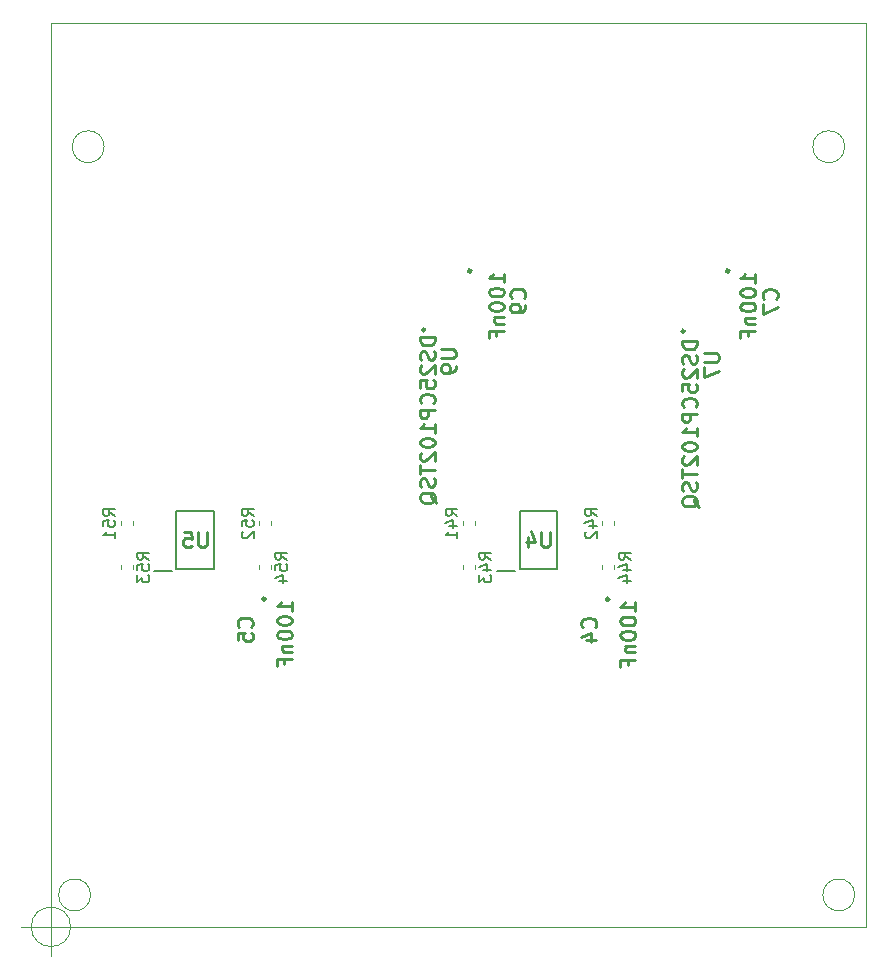
<source format=gbr>
G04 #@! TF.GenerationSoftware,KiCad,Pcbnew,(6.0.4-0)*
G04 #@! TF.CreationDate,2022-11-09T17:11:16+01:00*
G04 #@! TF.ProjectId,adapter_hybrid_assistor_hpc_2HDMI,61646170-7465-4725-9f68-79627269645f,rev?*
G04 #@! TF.SameCoordinates,Original*
G04 #@! TF.FileFunction,Legend,Bot*
G04 #@! TF.FilePolarity,Positive*
%FSLAX46Y46*%
G04 Gerber Fmt 4.6, Leading zero omitted, Abs format (unit mm)*
G04 Created by KiCad (PCBNEW (6.0.4-0)) date 2022-11-09 17:11:16*
%MOMM*%
%LPD*%
G01*
G04 APERTURE LIST*
G04 #@! TA.AperFunction,Profile*
%ADD10C,0.100000*%
G04 #@! TD*
G04 #@! TA.AperFunction,Profile*
%ADD11C,0.050000*%
G04 #@! TD*
%ADD12C,0.254000*%
%ADD13C,0.150000*%
%ADD14C,0.330000*%
%ADD15C,0.120000*%
%ADD16C,0.200000*%
%ADD17C,0.250000*%
G04 APERTURE END LIST*
D10*
X100000000Y-100000000D02*
X100000000Y-176500000D01*
X100000000Y-176500000D02*
X169000000Y-176500000D01*
X169000000Y-100000000D02*
X169000000Y-176500000D01*
X100000000Y-100000000D02*
X169000000Y-100000000D01*
D11*
X168050000Y-173800000D02*
G75*
G03*
X168050000Y-173800000I-1350000J0D01*
G01*
X103350000Y-173800000D02*
G75*
G03*
X103350000Y-173800000I-1350000J0D01*
G01*
X104500000Y-110450000D02*
G75*
G03*
X104500000Y-110450000I-1350000J0D01*
G01*
X167200000Y-110450000D02*
G75*
G03*
X167200000Y-110450000I-1350000J0D01*
G01*
X101666666Y-176500000D02*
G75*
G03*
X101666666Y-176500000I-1666666J0D01*
G01*
X97500000Y-176500000D02*
X102500000Y-176500000D01*
X100000000Y-174000000D02*
X100000000Y-179000000D01*
X101666666Y-176500000D02*
G75*
G03*
X101666666Y-176500000I-1666666J0D01*
G01*
X97500000Y-176500000D02*
X102500000Y-176500000D01*
X100000000Y-174000000D02*
X100000000Y-179000000D01*
X101666666Y-176500000D02*
G75*
G03*
X101666666Y-176500000I-1666666J0D01*
G01*
X97500000Y-176500000D02*
X102500000Y-176500000D01*
X100000000Y-174000000D02*
X100000000Y-179000000D01*
D12*
X146046571Y-151137333D02*
X146107047Y-151076857D01*
X146167523Y-150895428D01*
X146167523Y-150774476D01*
X146107047Y-150593047D01*
X145986095Y-150472095D01*
X145865142Y-150411619D01*
X145623238Y-150351142D01*
X145441809Y-150351142D01*
X145199904Y-150411619D01*
X145078952Y-150472095D01*
X144958000Y-150593047D01*
X144897523Y-150774476D01*
X144897523Y-150895428D01*
X144958000Y-151076857D01*
X145018476Y-151137333D01*
X145320857Y-152225904D02*
X146167523Y-152225904D01*
X144837047Y-151923523D02*
X145744190Y-151621142D01*
X145744190Y-152407333D01*
X149487523Y-149763523D02*
X149487523Y-149037809D01*
X149487523Y-149400666D02*
X148217523Y-149400666D01*
X148398952Y-149279714D01*
X148519904Y-149158761D01*
X148580380Y-149037809D01*
X148217523Y-150549714D02*
X148217523Y-150670666D01*
X148278000Y-150791619D01*
X148338476Y-150852095D01*
X148459428Y-150912571D01*
X148701333Y-150973047D01*
X149003714Y-150973047D01*
X149245619Y-150912571D01*
X149366571Y-150852095D01*
X149427047Y-150791619D01*
X149487523Y-150670666D01*
X149487523Y-150549714D01*
X149427047Y-150428761D01*
X149366571Y-150368285D01*
X149245619Y-150307809D01*
X149003714Y-150247333D01*
X148701333Y-150247333D01*
X148459428Y-150307809D01*
X148338476Y-150368285D01*
X148278000Y-150428761D01*
X148217523Y-150549714D01*
X148217523Y-151759238D02*
X148217523Y-151880190D01*
X148278000Y-152001142D01*
X148338476Y-152061619D01*
X148459428Y-152122095D01*
X148701333Y-152182571D01*
X149003714Y-152182571D01*
X149245619Y-152122095D01*
X149366571Y-152061619D01*
X149427047Y-152001142D01*
X149487523Y-151880190D01*
X149487523Y-151759238D01*
X149427047Y-151638285D01*
X149366571Y-151577809D01*
X149245619Y-151517333D01*
X149003714Y-151456857D01*
X148701333Y-151456857D01*
X148459428Y-151517333D01*
X148338476Y-151577809D01*
X148278000Y-151638285D01*
X148217523Y-151759238D01*
X148640857Y-152726857D02*
X149487523Y-152726857D01*
X148761809Y-152726857D02*
X148701333Y-152787333D01*
X148640857Y-152908285D01*
X148640857Y-153089714D01*
X148701333Y-153210666D01*
X148822285Y-153271142D01*
X149487523Y-153271142D01*
X148822285Y-154299238D02*
X148822285Y-153875904D01*
X149487523Y-153875904D02*
X148217523Y-153875904D01*
X148217523Y-154480666D01*
X116963571Y-151099333D02*
X117024047Y-151038857D01*
X117084523Y-150857428D01*
X117084523Y-150736476D01*
X117024047Y-150555047D01*
X116903095Y-150434095D01*
X116782142Y-150373619D01*
X116540238Y-150313142D01*
X116358809Y-150313142D01*
X116116904Y-150373619D01*
X115995952Y-150434095D01*
X115875000Y-150555047D01*
X115814523Y-150736476D01*
X115814523Y-150857428D01*
X115875000Y-151038857D01*
X115935476Y-151099333D01*
X115814523Y-152248380D02*
X115814523Y-151643619D01*
X116419285Y-151583142D01*
X116358809Y-151643619D01*
X116298333Y-151764571D01*
X116298333Y-152066952D01*
X116358809Y-152187904D01*
X116419285Y-152248380D01*
X116540238Y-152308857D01*
X116842619Y-152308857D01*
X116963571Y-152248380D01*
X117024047Y-152187904D01*
X117084523Y-152066952D01*
X117084523Y-151764571D01*
X117024047Y-151643619D01*
X116963571Y-151583142D01*
X120404523Y-149725523D02*
X120404523Y-148999809D01*
X120404523Y-149362666D02*
X119134523Y-149362666D01*
X119315952Y-149241714D01*
X119436904Y-149120761D01*
X119497380Y-148999809D01*
X119134523Y-150511714D02*
X119134523Y-150632666D01*
X119195000Y-150753619D01*
X119255476Y-150814095D01*
X119376428Y-150874571D01*
X119618333Y-150935047D01*
X119920714Y-150935047D01*
X120162619Y-150874571D01*
X120283571Y-150814095D01*
X120344047Y-150753619D01*
X120404523Y-150632666D01*
X120404523Y-150511714D01*
X120344047Y-150390761D01*
X120283571Y-150330285D01*
X120162619Y-150269809D01*
X119920714Y-150209333D01*
X119618333Y-150209333D01*
X119376428Y-150269809D01*
X119255476Y-150330285D01*
X119195000Y-150390761D01*
X119134523Y-150511714D01*
X119134523Y-151721238D02*
X119134523Y-151842190D01*
X119195000Y-151963142D01*
X119255476Y-152023619D01*
X119376428Y-152084095D01*
X119618333Y-152144571D01*
X119920714Y-152144571D01*
X120162619Y-152084095D01*
X120283571Y-152023619D01*
X120344047Y-151963142D01*
X120404523Y-151842190D01*
X120404523Y-151721238D01*
X120344047Y-151600285D01*
X120283571Y-151539809D01*
X120162619Y-151479333D01*
X119920714Y-151418857D01*
X119618333Y-151418857D01*
X119376428Y-151479333D01*
X119255476Y-151539809D01*
X119195000Y-151600285D01*
X119134523Y-151721238D01*
X119557857Y-152688857D02*
X120404523Y-152688857D01*
X119678809Y-152688857D02*
X119618333Y-152749333D01*
X119557857Y-152870285D01*
X119557857Y-153051714D01*
X119618333Y-153172666D01*
X119739285Y-153233142D01*
X120404523Y-153233142D01*
X119739285Y-154261238D02*
X119739285Y-153837904D01*
X120404523Y-153837904D02*
X119134523Y-153837904D01*
X119134523Y-154442666D01*
X161413571Y-123324333D02*
X161474047Y-123263857D01*
X161534523Y-123082428D01*
X161534523Y-122961476D01*
X161474047Y-122780047D01*
X161353095Y-122659095D01*
X161232142Y-122598619D01*
X160990238Y-122538142D01*
X160808809Y-122538142D01*
X160566904Y-122598619D01*
X160445952Y-122659095D01*
X160325000Y-122780047D01*
X160264523Y-122961476D01*
X160264523Y-123082428D01*
X160325000Y-123263857D01*
X160385476Y-123324333D01*
X160264523Y-123747666D02*
X160264523Y-124594333D01*
X161534523Y-124050047D01*
X159647523Y-121950523D02*
X159647523Y-121224809D01*
X159647523Y-121587666D02*
X158377523Y-121587666D01*
X158558952Y-121466714D01*
X158679904Y-121345761D01*
X158740380Y-121224809D01*
X158377523Y-122736714D02*
X158377523Y-122857666D01*
X158438000Y-122978619D01*
X158498476Y-123039095D01*
X158619428Y-123099571D01*
X158861333Y-123160047D01*
X159163714Y-123160047D01*
X159405619Y-123099571D01*
X159526571Y-123039095D01*
X159587047Y-122978619D01*
X159647523Y-122857666D01*
X159647523Y-122736714D01*
X159587047Y-122615761D01*
X159526571Y-122555285D01*
X159405619Y-122494809D01*
X159163714Y-122434333D01*
X158861333Y-122434333D01*
X158619428Y-122494809D01*
X158498476Y-122555285D01*
X158438000Y-122615761D01*
X158377523Y-122736714D01*
X158377523Y-123946238D02*
X158377523Y-124067190D01*
X158438000Y-124188142D01*
X158498476Y-124248619D01*
X158619428Y-124309095D01*
X158861333Y-124369571D01*
X159163714Y-124369571D01*
X159405619Y-124309095D01*
X159526571Y-124248619D01*
X159587047Y-124188142D01*
X159647523Y-124067190D01*
X159647523Y-123946238D01*
X159587047Y-123825285D01*
X159526571Y-123764809D01*
X159405619Y-123704333D01*
X159163714Y-123643857D01*
X158861333Y-123643857D01*
X158619428Y-123704333D01*
X158498476Y-123764809D01*
X158438000Y-123825285D01*
X158377523Y-123946238D01*
X158800857Y-124913857D02*
X159647523Y-124913857D01*
X158921809Y-124913857D02*
X158861333Y-124974333D01*
X158800857Y-125095285D01*
X158800857Y-125276714D01*
X158861333Y-125397666D01*
X158982285Y-125458142D01*
X159647523Y-125458142D01*
X158982285Y-126486238D02*
X158982285Y-126062904D01*
X159647523Y-126062904D02*
X158377523Y-126062904D01*
X158377523Y-126667666D01*
D13*
X146215380Y-141698642D02*
X145739190Y-141365309D01*
X146215380Y-141127214D02*
X145215380Y-141127214D01*
X145215380Y-141508166D01*
X145263000Y-141603404D01*
X145310619Y-141651023D01*
X145405857Y-141698642D01*
X145548714Y-141698642D01*
X145643952Y-141651023D01*
X145691571Y-141603404D01*
X145739190Y-141508166D01*
X145739190Y-141127214D01*
X145548714Y-142555785D02*
X146215380Y-142555785D01*
X145167761Y-142317690D02*
X145882047Y-142079595D01*
X145882047Y-142698642D01*
X145310619Y-143031976D02*
X145263000Y-143079595D01*
X145215380Y-143174833D01*
X145215380Y-143412928D01*
X145263000Y-143508166D01*
X145310619Y-143555785D01*
X145405857Y-143603404D01*
X145501095Y-143603404D01*
X145643952Y-143555785D01*
X146215380Y-142984357D01*
X146215380Y-143603404D01*
X137264380Y-145407142D02*
X136788190Y-145073809D01*
X137264380Y-144835714D02*
X136264380Y-144835714D01*
X136264380Y-145216666D01*
X136312000Y-145311904D01*
X136359619Y-145359523D01*
X136454857Y-145407142D01*
X136597714Y-145407142D01*
X136692952Y-145359523D01*
X136740571Y-145311904D01*
X136788190Y-145216666D01*
X136788190Y-144835714D01*
X136597714Y-146264285D02*
X137264380Y-146264285D01*
X136216761Y-146026190D02*
X136931047Y-145788095D01*
X136931047Y-146407142D01*
X136264380Y-146692857D02*
X136264380Y-147311904D01*
X136645333Y-146978571D01*
X136645333Y-147121428D01*
X136692952Y-147216666D01*
X136740571Y-147264285D01*
X136835809Y-147311904D01*
X137073904Y-147311904D01*
X137169142Y-147264285D01*
X137216761Y-147216666D01*
X137264380Y-147121428D01*
X137264380Y-146835714D01*
X137216761Y-146740476D01*
X137169142Y-146692857D01*
X105422880Y-141698642D02*
X104946690Y-141365309D01*
X105422880Y-141127214D02*
X104422880Y-141127214D01*
X104422880Y-141508166D01*
X104470500Y-141603404D01*
X104518119Y-141651023D01*
X104613357Y-141698642D01*
X104756214Y-141698642D01*
X104851452Y-141651023D01*
X104899071Y-141603404D01*
X104946690Y-141508166D01*
X104946690Y-141127214D01*
X104422880Y-142603404D02*
X104422880Y-142127214D01*
X104899071Y-142079595D01*
X104851452Y-142127214D01*
X104803833Y-142222452D01*
X104803833Y-142460547D01*
X104851452Y-142555785D01*
X104899071Y-142603404D01*
X104994309Y-142651023D01*
X105232404Y-142651023D01*
X105327642Y-142603404D01*
X105375261Y-142555785D01*
X105422880Y-142460547D01*
X105422880Y-142222452D01*
X105375261Y-142127214D01*
X105327642Y-142079595D01*
X105422880Y-143603404D02*
X105422880Y-143031976D01*
X105422880Y-143317690D02*
X104422880Y-143317690D01*
X104565738Y-143222452D01*
X104660976Y-143127214D01*
X104708595Y-143031976D01*
X117157880Y-141698642D02*
X116681690Y-141365309D01*
X117157880Y-141127214D02*
X116157880Y-141127214D01*
X116157880Y-141508166D01*
X116205500Y-141603404D01*
X116253119Y-141651023D01*
X116348357Y-141698642D01*
X116491214Y-141698642D01*
X116586452Y-141651023D01*
X116634071Y-141603404D01*
X116681690Y-141508166D01*
X116681690Y-141127214D01*
X116157880Y-142603404D02*
X116157880Y-142127214D01*
X116634071Y-142079595D01*
X116586452Y-142127214D01*
X116538833Y-142222452D01*
X116538833Y-142460547D01*
X116586452Y-142555785D01*
X116634071Y-142603404D01*
X116729309Y-142651023D01*
X116967404Y-142651023D01*
X117062642Y-142603404D01*
X117110261Y-142555785D01*
X117157880Y-142460547D01*
X117157880Y-142222452D01*
X117110261Y-142127214D01*
X117062642Y-142079595D01*
X116253119Y-143031976D02*
X116205500Y-143079595D01*
X116157880Y-143174833D01*
X116157880Y-143412928D01*
X116205500Y-143508166D01*
X116253119Y-143555785D01*
X116348357Y-143603404D01*
X116443595Y-143603404D01*
X116586452Y-143555785D01*
X117157880Y-142984357D01*
X117157880Y-143603404D01*
X108308380Y-145407142D02*
X107832190Y-145073809D01*
X108308380Y-144835714D02*
X107308380Y-144835714D01*
X107308380Y-145216666D01*
X107356000Y-145311904D01*
X107403619Y-145359523D01*
X107498857Y-145407142D01*
X107641714Y-145407142D01*
X107736952Y-145359523D01*
X107784571Y-145311904D01*
X107832190Y-145216666D01*
X107832190Y-144835714D01*
X107308380Y-146311904D02*
X107308380Y-145835714D01*
X107784571Y-145788095D01*
X107736952Y-145835714D01*
X107689333Y-145930952D01*
X107689333Y-146169047D01*
X107736952Y-146264285D01*
X107784571Y-146311904D01*
X107879809Y-146359523D01*
X108117904Y-146359523D01*
X108213142Y-146311904D01*
X108260761Y-146264285D01*
X108308380Y-146169047D01*
X108308380Y-145930952D01*
X108260761Y-145835714D01*
X108213142Y-145788095D01*
X107308380Y-146692857D02*
X107308380Y-147311904D01*
X107689333Y-146978571D01*
X107689333Y-147121428D01*
X107736952Y-147216666D01*
X107784571Y-147264285D01*
X107879809Y-147311904D01*
X108117904Y-147311904D01*
X108213142Y-147264285D01*
X108260761Y-147216666D01*
X108308380Y-147121428D01*
X108308380Y-146835714D01*
X108260761Y-146740476D01*
X108213142Y-146692857D01*
X119992380Y-145407142D02*
X119516190Y-145073809D01*
X119992380Y-144835714D02*
X118992380Y-144835714D01*
X118992380Y-145216666D01*
X119040000Y-145311904D01*
X119087619Y-145359523D01*
X119182857Y-145407142D01*
X119325714Y-145407142D01*
X119420952Y-145359523D01*
X119468571Y-145311904D01*
X119516190Y-145216666D01*
X119516190Y-144835714D01*
X118992380Y-146311904D02*
X118992380Y-145835714D01*
X119468571Y-145788095D01*
X119420952Y-145835714D01*
X119373333Y-145930952D01*
X119373333Y-146169047D01*
X119420952Y-146264285D01*
X119468571Y-146311904D01*
X119563809Y-146359523D01*
X119801904Y-146359523D01*
X119897142Y-146311904D01*
X119944761Y-146264285D01*
X119992380Y-146169047D01*
X119992380Y-145930952D01*
X119944761Y-145835714D01*
X119897142Y-145788095D01*
X119325714Y-147216666D02*
X119992380Y-147216666D01*
X118944761Y-146978571D02*
X119659047Y-146740476D01*
X119659047Y-147359523D01*
D12*
X142235619Y-143068523D02*
X142235619Y-144096619D01*
X142175142Y-144217571D01*
X142114666Y-144278047D01*
X141993714Y-144338523D01*
X141751809Y-144338523D01*
X141630857Y-144278047D01*
X141570380Y-144217571D01*
X141509904Y-144096619D01*
X141509904Y-143068523D01*
X140360857Y-143491857D02*
X140360857Y-144338523D01*
X140663238Y-143008047D02*
X140965619Y-143915190D01*
X140179428Y-143915190D01*
X155284523Y-127932380D02*
X156312619Y-127932380D01*
X156433571Y-127992857D01*
X156494047Y-128053333D01*
X156554523Y-128174285D01*
X156554523Y-128416190D01*
X156494047Y-128537142D01*
X156433571Y-128597619D01*
X156312619Y-128658095D01*
X155284523Y-128658095D01*
X155284523Y-129141904D02*
X155284523Y-129988571D01*
X156554523Y-129444285D01*
X154704523Y-126875000D02*
X153434523Y-126875000D01*
X153434523Y-127177380D01*
X153495000Y-127358809D01*
X153615952Y-127479761D01*
X153736904Y-127540238D01*
X153978809Y-127600714D01*
X154160238Y-127600714D01*
X154402142Y-127540238D01*
X154523095Y-127479761D01*
X154644047Y-127358809D01*
X154704523Y-127177380D01*
X154704523Y-126875000D01*
X154644047Y-128084523D02*
X154704523Y-128265952D01*
X154704523Y-128568333D01*
X154644047Y-128689285D01*
X154583571Y-128749761D01*
X154462619Y-128810238D01*
X154341666Y-128810238D01*
X154220714Y-128749761D01*
X154160238Y-128689285D01*
X154099761Y-128568333D01*
X154039285Y-128326428D01*
X153978809Y-128205476D01*
X153918333Y-128145000D01*
X153797380Y-128084523D01*
X153676428Y-128084523D01*
X153555476Y-128145000D01*
X153495000Y-128205476D01*
X153434523Y-128326428D01*
X153434523Y-128628809D01*
X153495000Y-128810238D01*
X153555476Y-129294047D02*
X153495000Y-129354523D01*
X153434523Y-129475476D01*
X153434523Y-129777857D01*
X153495000Y-129898809D01*
X153555476Y-129959285D01*
X153676428Y-130019761D01*
X153797380Y-130019761D01*
X153978809Y-129959285D01*
X154704523Y-129233571D01*
X154704523Y-130019761D01*
X153434523Y-131168809D02*
X153434523Y-130564047D01*
X154039285Y-130503571D01*
X153978809Y-130564047D01*
X153918333Y-130685000D01*
X153918333Y-130987380D01*
X153978809Y-131108333D01*
X154039285Y-131168809D01*
X154160238Y-131229285D01*
X154462619Y-131229285D01*
X154583571Y-131168809D01*
X154644047Y-131108333D01*
X154704523Y-130987380D01*
X154704523Y-130685000D01*
X154644047Y-130564047D01*
X154583571Y-130503571D01*
X154583571Y-132499285D02*
X154644047Y-132438809D01*
X154704523Y-132257380D01*
X154704523Y-132136428D01*
X154644047Y-131955000D01*
X154523095Y-131834047D01*
X154402142Y-131773571D01*
X154160238Y-131713095D01*
X153978809Y-131713095D01*
X153736904Y-131773571D01*
X153615952Y-131834047D01*
X153495000Y-131955000D01*
X153434523Y-132136428D01*
X153434523Y-132257380D01*
X153495000Y-132438809D01*
X153555476Y-132499285D01*
X154704523Y-133043571D02*
X153434523Y-133043571D01*
X153434523Y-133527380D01*
X153495000Y-133648333D01*
X153555476Y-133708809D01*
X153676428Y-133769285D01*
X153857857Y-133769285D01*
X153978809Y-133708809D01*
X154039285Y-133648333D01*
X154099761Y-133527380D01*
X154099761Y-133043571D01*
X154704523Y-134978809D02*
X154704523Y-134253095D01*
X154704523Y-134615952D02*
X153434523Y-134615952D01*
X153615952Y-134495000D01*
X153736904Y-134374047D01*
X153797380Y-134253095D01*
X153434523Y-135765000D02*
X153434523Y-135885952D01*
X153495000Y-136006904D01*
X153555476Y-136067380D01*
X153676428Y-136127857D01*
X153918333Y-136188333D01*
X154220714Y-136188333D01*
X154462619Y-136127857D01*
X154583571Y-136067380D01*
X154644047Y-136006904D01*
X154704523Y-135885952D01*
X154704523Y-135765000D01*
X154644047Y-135644047D01*
X154583571Y-135583571D01*
X154462619Y-135523095D01*
X154220714Y-135462619D01*
X153918333Y-135462619D01*
X153676428Y-135523095D01*
X153555476Y-135583571D01*
X153495000Y-135644047D01*
X153434523Y-135765000D01*
X153555476Y-136672142D02*
X153495000Y-136732619D01*
X153434523Y-136853571D01*
X153434523Y-137155952D01*
X153495000Y-137276904D01*
X153555476Y-137337380D01*
X153676428Y-137397857D01*
X153797380Y-137397857D01*
X153978809Y-137337380D01*
X154704523Y-136611666D01*
X154704523Y-137397857D01*
X153434523Y-137760714D02*
X153434523Y-138486428D01*
X154704523Y-138123571D02*
X153434523Y-138123571D01*
X154644047Y-138849285D02*
X154704523Y-139030714D01*
X154704523Y-139333095D01*
X154644047Y-139454047D01*
X154583571Y-139514523D01*
X154462619Y-139575000D01*
X154341666Y-139575000D01*
X154220714Y-139514523D01*
X154160238Y-139454047D01*
X154099761Y-139333095D01*
X154039285Y-139091190D01*
X153978809Y-138970238D01*
X153918333Y-138909761D01*
X153797380Y-138849285D01*
X153676428Y-138849285D01*
X153555476Y-138909761D01*
X153495000Y-138970238D01*
X153434523Y-139091190D01*
X153434523Y-139393571D01*
X153495000Y-139575000D01*
X154825476Y-140965952D02*
X154765000Y-140845000D01*
X154644047Y-140724047D01*
X154462619Y-140542619D01*
X154402142Y-140421666D01*
X154402142Y-140300714D01*
X154704523Y-140361190D02*
X154644047Y-140240238D01*
X154523095Y-140119285D01*
X154281190Y-140058809D01*
X153857857Y-140058809D01*
X153615952Y-140119285D01*
X153495000Y-140240238D01*
X153434523Y-140361190D01*
X153434523Y-140603095D01*
X153495000Y-140724047D01*
X153615952Y-140845000D01*
X153857857Y-140905476D01*
X154281190Y-140905476D01*
X154523095Y-140845000D01*
X154644047Y-140724047D01*
X154704523Y-140603095D01*
X154704523Y-140361190D01*
X133014523Y-127612380D02*
X134042619Y-127612380D01*
X134163571Y-127672857D01*
X134224047Y-127733333D01*
X134284523Y-127854285D01*
X134284523Y-128096190D01*
X134224047Y-128217142D01*
X134163571Y-128277619D01*
X134042619Y-128338095D01*
X133014523Y-128338095D01*
X134284523Y-129003333D02*
X134284523Y-129245238D01*
X134224047Y-129366190D01*
X134163571Y-129426666D01*
X133982142Y-129547619D01*
X133740238Y-129608095D01*
X133256428Y-129608095D01*
X133135476Y-129547619D01*
X133075000Y-129487142D01*
X133014523Y-129366190D01*
X133014523Y-129124285D01*
X133075000Y-129003333D01*
X133135476Y-128942857D01*
X133256428Y-128882380D01*
X133558809Y-128882380D01*
X133679761Y-128942857D01*
X133740238Y-129003333D01*
X133800714Y-129124285D01*
X133800714Y-129366190D01*
X133740238Y-129487142D01*
X133679761Y-129547619D01*
X133558809Y-129608095D01*
X132504523Y-126555000D02*
X131234523Y-126555000D01*
X131234523Y-126857380D01*
X131295000Y-127038809D01*
X131415952Y-127159761D01*
X131536904Y-127220238D01*
X131778809Y-127280714D01*
X131960238Y-127280714D01*
X132202142Y-127220238D01*
X132323095Y-127159761D01*
X132444047Y-127038809D01*
X132504523Y-126857380D01*
X132504523Y-126555000D01*
X132444047Y-127764523D02*
X132504523Y-127945952D01*
X132504523Y-128248333D01*
X132444047Y-128369285D01*
X132383571Y-128429761D01*
X132262619Y-128490238D01*
X132141666Y-128490238D01*
X132020714Y-128429761D01*
X131960238Y-128369285D01*
X131899761Y-128248333D01*
X131839285Y-128006428D01*
X131778809Y-127885476D01*
X131718333Y-127825000D01*
X131597380Y-127764523D01*
X131476428Y-127764523D01*
X131355476Y-127825000D01*
X131295000Y-127885476D01*
X131234523Y-128006428D01*
X131234523Y-128308809D01*
X131295000Y-128490238D01*
X131355476Y-128974047D02*
X131295000Y-129034523D01*
X131234523Y-129155476D01*
X131234523Y-129457857D01*
X131295000Y-129578809D01*
X131355476Y-129639285D01*
X131476428Y-129699761D01*
X131597380Y-129699761D01*
X131778809Y-129639285D01*
X132504523Y-128913571D01*
X132504523Y-129699761D01*
X131234523Y-130848809D02*
X131234523Y-130244047D01*
X131839285Y-130183571D01*
X131778809Y-130244047D01*
X131718333Y-130365000D01*
X131718333Y-130667380D01*
X131778809Y-130788333D01*
X131839285Y-130848809D01*
X131960238Y-130909285D01*
X132262619Y-130909285D01*
X132383571Y-130848809D01*
X132444047Y-130788333D01*
X132504523Y-130667380D01*
X132504523Y-130365000D01*
X132444047Y-130244047D01*
X132383571Y-130183571D01*
X132383571Y-132179285D02*
X132444047Y-132118809D01*
X132504523Y-131937380D01*
X132504523Y-131816428D01*
X132444047Y-131635000D01*
X132323095Y-131514047D01*
X132202142Y-131453571D01*
X131960238Y-131393095D01*
X131778809Y-131393095D01*
X131536904Y-131453571D01*
X131415952Y-131514047D01*
X131295000Y-131635000D01*
X131234523Y-131816428D01*
X131234523Y-131937380D01*
X131295000Y-132118809D01*
X131355476Y-132179285D01*
X132504523Y-132723571D02*
X131234523Y-132723571D01*
X131234523Y-133207380D01*
X131295000Y-133328333D01*
X131355476Y-133388809D01*
X131476428Y-133449285D01*
X131657857Y-133449285D01*
X131778809Y-133388809D01*
X131839285Y-133328333D01*
X131899761Y-133207380D01*
X131899761Y-132723571D01*
X132504523Y-134658809D02*
X132504523Y-133933095D01*
X132504523Y-134295952D02*
X131234523Y-134295952D01*
X131415952Y-134175000D01*
X131536904Y-134054047D01*
X131597380Y-133933095D01*
X131234523Y-135445000D02*
X131234523Y-135565952D01*
X131295000Y-135686904D01*
X131355476Y-135747380D01*
X131476428Y-135807857D01*
X131718333Y-135868333D01*
X132020714Y-135868333D01*
X132262619Y-135807857D01*
X132383571Y-135747380D01*
X132444047Y-135686904D01*
X132504523Y-135565952D01*
X132504523Y-135445000D01*
X132444047Y-135324047D01*
X132383571Y-135263571D01*
X132262619Y-135203095D01*
X132020714Y-135142619D01*
X131718333Y-135142619D01*
X131476428Y-135203095D01*
X131355476Y-135263571D01*
X131295000Y-135324047D01*
X131234523Y-135445000D01*
X131355476Y-136352142D02*
X131295000Y-136412619D01*
X131234523Y-136533571D01*
X131234523Y-136835952D01*
X131295000Y-136956904D01*
X131355476Y-137017380D01*
X131476428Y-137077857D01*
X131597380Y-137077857D01*
X131778809Y-137017380D01*
X132504523Y-136291666D01*
X132504523Y-137077857D01*
X131234523Y-137440714D02*
X131234523Y-138166428D01*
X132504523Y-137803571D02*
X131234523Y-137803571D01*
X132444047Y-138529285D02*
X132504523Y-138710714D01*
X132504523Y-139013095D01*
X132444047Y-139134047D01*
X132383571Y-139194523D01*
X132262619Y-139255000D01*
X132141666Y-139255000D01*
X132020714Y-139194523D01*
X131960238Y-139134047D01*
X131899761Y-139013095D01*
X131839285Y-138771190D01*
X131778809Y-138650238D01*
X131718333Y-138589761D01*
X131597380Y-138529285D01*
X131476428Y-138529285D01*
X131355476Y-138589761D01*
X131295000Y-138650238D01*
X131234523Y-138771190D01*
X131234523Y-139073571D01*
X131295000Y-139255000D01*
X132625476Y-140645952D02*
X132565000Y-140525000D01*
X132444047Y-140404047D01*
X132262619Y-140222619D01*
X132202142Y-140101666D01*
X132202142Y-139980714D01*
X132504523Y-140041190D02*
X132444047Y-139920238D01*
X132323095Y-139799285D01*
X132081190Y-139738809D01*
X131657857Y-139738809D01*
X131415952Y-139799285D01*
X131295000Y-139920238D01*
X131234523Y-140041190D01*
X131234523Y-140283095D01*
X131295000Y-140404047D01*
X131415952Y-140525000D01*
X131657857Y-140585476D01*
X132081190Y-140585476D01*
X132323095Y-140525000D01*
X132444047Y-140404047D01*
X132504523Y-140283095D01*
X132504523Y-140041190D01*
X113191619Y-143068523D02*
X113191619Y-144096619D01*
X113131142Y-144217571D01*
X113070666Y-144278047D01*
X112949714Y-144338523D01*
X112707809Y-144338523D01*
X112586857Y-144278047D01*
X112526380Y-144217571D01*
X112465904Y-144096619D01*
X112465904Y-143068523D01*
X111256380Y-143068523D02*
X111861142Y-143068523D01*
X111921619Y-143673285D01*
X111861142Y-143612809D01*
X111740190Y-143552333D01*
X111437809Y-143552333D01*
X111316857Y-143612809D01*
X111256380Y-143673285D01*
X111195904Y-143794238D01*
X111195904Y-144096619D01*
X111256380Y-144217571D01*
X111316857Y-144278047D01*
X111437809Y-144338523D01*
X111740190Y-144338523D01*
X111861142Y-144278047D01*
X111921619Y-144217571D01*
D13*
X134404380Y-141698642D02*
X133928190Y-141365309D01*
X134404380Y-141127214D02*
X133404380Y-141127214D01*
X133404380Y-141508166D01*
X133452000Y-141603404D01*
X133499619Y-141651023D01*
X133594857Y-141698642D01*
X133737714Y-141698642D01*
X133832952Y-141651023D01*
X133880571Y-141603404D01*
X133928190Y-141508166D01*
X133928190Y-141127214D01*
X133737714Y-142555785D02*
X134404380Y-142555785D01*
X133356761Y-142317690D02*
X134071047Y-142079595D01*
X134071047Y-142698642D01*
X134404380Y-143603404D02*
X134404380Y-143031976D01*
X134404380Y-143317690D02*
X133404380Y-143317690D01*
X133547238Y-143222452D01*
X133642476Y-143127214D01*
X133690095Y-143031976D01*
D12*
X140043571Y-123258333D02*
X140104047Y-123197857D01*
X140164523Y-123016428D01*
X140164523Y-122895476D01*
X140104047Y-122714047D01*
X139983095Y-122593095D01*
X139862142Y-122532619D01*
X139620238Y-122472142D01*
X139438809Y-122472142D01*
X139196904Y-122532619D01*
X139075952Y-122593095D01*
X138955000Y-122714047D01*
X138894523Y-122895476D01*
X138894523Y-123016428D01*
X138955000Y-123197857D01*
X139015476Y-123258333D01*
X140164523Y-123863095D02*
X140164523Y-124105000D01*
X140104047Y-124225952D01*
X140043571Y-124286428D01*
X139862142Y-124407380D01*
X139620238Y-124467857D01*
X139136428Y-124467857D01*
X139015476Y-124407380D01*
X138955000Y-124346904D01*
X138894523Y-124225952D01*
X138894523Y-123984047D01*
X138955000Y-123863095D01*
X139015476Y-123802619D01*
X139136428Y-123742142D01*
X139438809Y-123742142D01*
X139559761Y-123802619D01*
X139620238Y-123863095D01*
X139680714Y-123984047D01*
X139680714Y-124225952D01*
X139620238Y-124346904D01*
X139559761Y-124407380D01*
X139438809Y-124467857D01*
X138354523Y-121914523D02*
X138354523Y-121188809D01*
X138354523Y-121551666D02*
X137084523Y-121551666D01*
X137265952Y-121430714D01*
X137386904Y-121309761D01*
X137447380Y-121188809D01*
X137084523Y-122700714D02*
X137084523Y-122821666D01*
X137145000Y-122942619D01*
X137205476Y-123003095D01*
X137326428Y-123063571D01*
X137568333Y-123124047D01*
X137870714Y-123124047D01*
X138112619Y-123063571D01*
X138233571Y-123003095D01*
X138294047Y-122942619D01*
X138354523Y-122821666D01*
X138354523Y-122700714D01*
X138294047Y-122579761D01*
X138233571Y-122519285D01*
X138112619Y-122458809D01*
X137870714Y-122398333D01*
X137568333Y-122398333D01*
X137326428Y-122458809D01*
X137205476Y-122519285D01*
X137145000Y-122579761D01*
X137084523Y-122700714D01*
X137084523Y-123910238D02*
X137084523Y-124031190D01*
X137145000Y-124152142D01*
X137205476Y-124212619D01*
X137326428Y-124273095D01*
X137568333Y-124333571D01*
X137870714Y-124333571D01*
X138112619Y-124273095D01*
X138233571Y-124212619D01*
X138294047Y-124152142D01*
X138354523Y-124031190D01*
X138354523Y-123910238D01*
X138294047Y-123789285D01*
X138233571Y-123728809D01*
X138112619Y-123668333D01*
X137870714Y-123607857D01*
X137568333Y-123607857D01*
X137326428Y-123668333D01*
X137205476Y-123728809D01*
X137145000Y-123789285D01*
X137084523Y-123910238D01*
X137507857Y-124877857D02*
X138354523Y-124877857D01*
X137628809Y-124877857D02*
X137568333Y-124938333D01*
X137507857Y-125059285D01*
X137507857Y-125240714D01*
X137568333Y-125361666D01*
X137689285Y-125422142D01*
X138354523Y-125422142D01*
X137689285Y-126450238D02*
X137689285Y-126026904D01*
X138354523Y-126026904D02*
X137084523Y-126026904D01*
X137084523Y-126631666D01*
D13*
X149075380Y-145407142D02*
X148599190Y-145073809D01*
X149075380Y-144835714D02*
X148075380Y-144835714D01*
X148075380Y-145216666D01*
X148123000Y-145311904D01*
X148170619Y-145359523D01*
X148265857Y-145407142D01*
X148408714Y-145407142D01*
X148503952Y-145359523D01*
X148551571Y-145311904D01*
X148599190Y-145216666D01*
X148599190Y-144835714D01*
X148408714Y-146264285D02*
X149075380Y-146264285D01*
X148027761Y-146026190D02*
X148742047Y-145788095D01*
X148742047Y-146407142D01*
X148408714Y-147216666D02*
X149075380Y-147216666D01*
X148027761Y-146978571D02*
X148742047Y-146740476D01*
X148742047Y-147359523D01*
D14*
X147233000Y-148779000D02*
G75*
G03*
X147233000Y-148779000I-100000J0D01*
G01*
X118150000Y-148741000D02*
G75*
G03*
X118150000Y-148741000I-100000J0D01*
G01*
X157393000Y-120966000D02*
G75*
G03*
X157393000Y-120966000I-100000J0D01*
G01*
D15*
X146683000Y-142178721D02*
X146683000Y-142504279D01*
X147703000Y-142178721D02*
X147703000Y-142504279D01*
X135892000Y-146212779D02*
X135892000Y-145887221D01*
X134872000Y-146212779D02*
X134872000Y-145887221D01*
X105890500Y-142178721D02*
X105890500Y-142504279D01*
X106910500Y-142178721D02*
X106910500Y-142504279D01*
X117625500Y-142178721D02*
X117625500Y-142504279D01*
X118645500Y-142178721D02*
X118645500Y-142504279D01*
X105916000Y-146212779D02*
X105916000Y-145887221D01*
X106936000Y-146212779D02*
X106936000Y-145887221D01*
X118620000Y-146212779D02*
X118620000Y-145887221D01*
X117600000Y-146212779D02*
X117600000Y-145887221D01*
D16*
X137793000Y-146344000D02*
X139320000Y-146344000D01*
X142866000Y-141312000D02*
X139670000Y-141312000D01*
X139670000Y-146216000D02*
X142866000Y-146216000D01*
X142866000Y-146216000D02*
X142866000Y-141312000D01*
X139670000Y-141312000D02*
X139670000Y-146216000D01*
D17*
X153644000Y-126073000D02*
G75*
G03*
X153644000Y-126073000I-125000J0D01*
G01*
X131673000Y-125946000D02*
G75*
G03*
X131673000Y-125946000I-125000J0D01*
G01*
D16*
X108749000Y-146344000D02*
X110276000Y-146344000D01*
X110626000Y-146216000D02*
X113822000Y-146216000D01*
X110626000Y-141312000D02*
X110626000Y-146216000D01*
X113822000Y-141312000D02*
X110626000Y-141312000D01*
X113822000Y-146216000D02*
X113822000Y-141312000D01*
D15*
X135892000Y-142178721D02*
X135892000Y-142504279D01*
X134872000Y-142178721D02*
X134872000Y-142504279D01*
D14*
X135549000Y-120966000D02*
G75*
G03*
X135549000Y-120966000I-100000J0D01*
G01*
D15*
X146683000Y-146212779D02*
X146683000Y-145887221D01*
X147703000Y-146212779D02*
X147703000Y-145887221D01*
M02*

</source>
